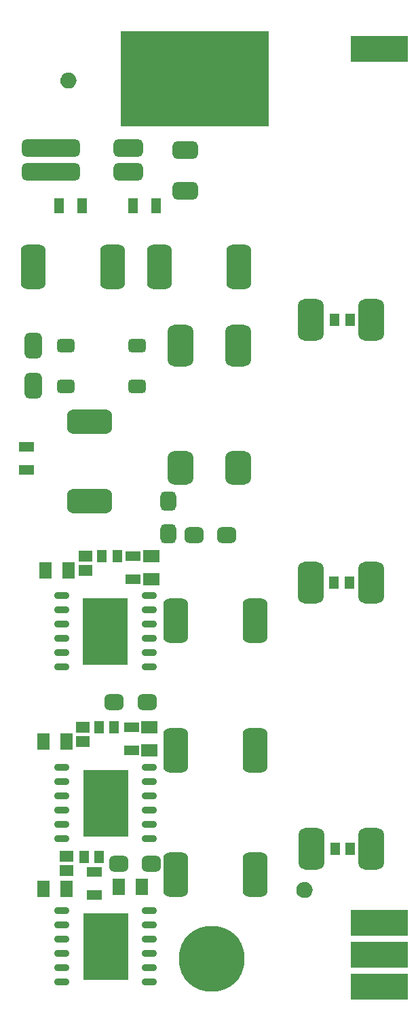
<source format=gts>
G04 Layer_Color=8388736*
%FSLAX24Y24*%
%MOIN*%
G70*
G01*
G75*
%ADD40R,0.7254X0.4665*%
%ADD47R,0.2836X0.1261*%
%ADD48R,0.0493X0.0631*%
G04:AMPARAMS|DCode=49|XSize=94.6mil|YSize=76.9mil|CornerRadius=21.2mil|HoleSize=0mil|Usage=FLASHONLY|Rotation=180.000|XOffset=0mil|YOffset=0mil|HoleType=Round|Shape=RoundedRectangle|*
%AMROUNDEDRECTD49*
21,1,0.0946,0.0344,0,0,180.0*
21,1,0.0522,0.0769,0,0,180.0*
1,1,0.0424,-0.0261,0.0172*
1,1,0.0424,0.0261,0.0172*
1,1,0.0424,0.0261,-0.0172*
1,1,0.0424,-0.0261,-0.0172*
%
%ADD49ROUNDEDRECTD49*%
%ADD50R,0.0631X0.0789*%
%ADD51R,0.0769X0.0493*%
%ADD52R,0.0651X0.0533*%
%ADD53R,0.2249X0.3289*%
%ADD54O,0.0749X0.0360*%
G04:AMPARAMS|DCode=55|XSize=220.6mil|YSize=122.2mil|CornerRadius=32.5mil|HoleSize=0mil|Usage=FLASHONLY|Rotation=270.000|XOffset=0mil|YOffset=0mil|HoleType=Round|Shape=RoundedRectangle|*
%AMROUNDEDRECTD55*
21,1,0.2206,0.0571,0,0,270.0*
21,1,0.1555,0.1222,0,0,270.0*
1,1,0.0651,-0.0285,-0.0778*
1,1,0.0651,-0.0285,0.0778*
1,1,0.0651,0.0285,0.0778*
1,1,0.0651,0.0285,-0.0778*
%
%ADD55ROUNDEDRECTD55*%
%ADD56R,0.0789X0.0631*%
G04:AMPARAMS|DCode=57|XSize=94.6mil|YSize=76.9mil|CornerRadius=21.2mil|HoleSize=0mil|Usage=FLASHONLY|Rotation=270.000|XOffset=0mil|YOffset=0mil|HoleType=Round|Shape=RoundedRectangle|*
%AMROUNDEDRECTD57*
21,1,0.0946,0.0344,0,0,270.0*
21,1,0.0522,0.0769,0,0,270.0*
1,1,0.0424,-0.0172,-0.0261*
1,1,0.0424,-0.0172,0.0261*
1,1,0.0424,0.0172,0.0261*
1,1,0.0424,0.0172,-0.0261*
%
%ADD57ROUNDEDRECTD57*%
G04:AMPARAMS|DCode=58|XSize=86.7mil|YSize=126.1mil|CornerRadius=23.7mil|HoleSize=0mil|Usage=FLASHONLY|Rotation=270.000|XOffset=0mil|YOffset=0mil|HoleType=Round|Shape=RoundedRectangle|*
%AMROUNDEDRECTD58*
21,1,0.0867,0.0787,0,0,270.0*
21,1,0.0394,0.1261,0,0,270.0*
1,1,0.0474,-0.0394,-0.0197*
1,1,0.0474,-0.0394,0.0197*
1,1,0.0474,0.0394,0.0197*
1,1,0.0474,0.0394,-0.0197*
%
%ADD58ROUNDEDRECTD58*%
G04:AMPARAMS|DCode=59|XSize=145.8mil|YSize=86.7mil|CornerRadius=23.7mil|HoleSize=0mil|Usage=FLASHONLY|Rotation=0.000|XOffset=0mil|YOffset=0mil|HoleType=Round|Shape=RoundedRectangle|*
%AMROUNDEDRECTD59*
21,1,0.1458,0.0394,0,0,0.0*
21,1,0.0984,0.0867,0,0,0.0*
1,1,0.0474,0.0492,-0.0197*
1,1,0.0474,-0.0492,-0.0197*
1,1,0.0474,-0.0492,0.0197*
1,1,0.0474,0.0492,0.0197*
%
%ADD59ROUNDEDRECTD59*%
G04:AMPARAMS|DCode=60|XSize=287.5mil|YSize=86.7mil|CornerRadius=23.7mil|HoleSize=0mil|Usage=FLASHONLY|Rotation=0.000|XOffset=0mil|YOffset=0mil|HoleType=Round|Shape=RoundedRectangle|*
%AMROUNDEDRECTD60*
21,1,0.2875,0.0394,0,0,0.0*
21,1,0.2402,0.0867,0,0,0.0*
1,1,0.0474,0.1201,-0.0197*
1,1,0.0474,-0.1201,-0.0197*
1,1,0.0474,-0.1201,0.0197*
1,1,0.0474,0.1201,0.0197*
%
%ADD60ROUNDEDRECTD60*%
G04:AMPARAMS|DCode=61|XSize=204.9mil|YSize=126.1mil|CornerRadius=33.5mil|HoleSize=0mil|Usage=FLASHONLY|Rotation=270.000|XOffset=0mil|YOffset=0mil|HoleType=Round|Shape=RoundedRectangle|*
%AMROUNDEDRECTD61*
21,1,0.2049,0.0591,0,0,270.0*
21,1,0.1378,0.1261,0,0,270.0*
1,1,0.0671,-0.0295,-0.0689*
1,1,0.0671,-0.0295,0.0689*
1,1,0.0671,0.0295,0.0689*
1,1,0.0671,0.0295,-0.0689*
%
%ADD61ROUNDEDRECTD61*%
G04:AMPARAMS|DCode=62|XSize=165.5mil|YSize=126.1mil|CornerRadius=33.5mil|HoleSize=0mil|Usage=FLASHONLY|Rotation=270.000|XOffset=0mil|YOffset=0mil|HoleType=Round|Shape=RoundedRectangle|*
%AMROUNDEDRECTD62*
21,1,0.1655,0.0591,0,0,270.0*
21,1,0.0984,0.1261,0,0,270.0*
1,1,0.0671,-0.0295,-0.0492*
1,1,0.0671,-0.0295,0.0492*
1,1,0.0671,0.0295,0.0492*
1,1,0.0671,0.0295,-0.0492*
%
%ADD62ROUNDEDRECTD62*%
G04:AMPARAMS|DCode=63|XSize=86.7mil|YSize=126.1mil|CornerRadius=23.7mil|HoleSize=0mil|Usage=FLASHONLY|Rotation=180.000|XOffset=0mil|YOffset=0mil|HoleType=Round|Shape=RoundedRectangle|*
%AMROUNDEDRECTD63*
21,1,0.0867,0.0787,0,0,180.0*
21,1,0.0394,0.1261,0,0,180.0*
1,1,0.0474,-0.0197,0.0394*
1,1,0.0474,0.0197,0.0394*
1,1,0.0474,0.0197,-0.0394*
1,1,0.0474,-0.0197,-0.0394*
%
%ADD63ROUNDEDRECTD63*%
G04:AMPARAMS|DCode=64|XSize=88mil|YSize=68mil|CornerRadius=19mil|HoleSize=0mil|Usage=FLASHONLY|Rotation=0.000|XOffset=0mil|YOffset=0mil|HoleType=Round|Shape=RoundedRectangle|*
%AMROUNDEDRECTD64*
21,1,0.0880,0.0300,0,0,0.0*
21,1,0.0500,0.0680,0,0,0.0*
1,1,0.0380,0.0250,-0.0150*
1,1,0.0380,-0.0250,-0.0150*
1,1,0.0380,-0.0250,0.0150*
1,1,0.0380,0.0250,0.0150*
%
%ADD64ROUNDEDRECTD64*%
G04:AMPARAMS|DCode=65|XSize=220.6mil|YSize=122.2mil|CornerRadius=32.5mil|HoleSize=0mil|Usage=FLASHONLY|Rotation=180.000|XOffset=0mil|YOffset=0mil|HoleType=Round|Shape=RoundedRectangle|*
%AMROUNDEDRECTD65*
21,1,0.2206,0.0571,0,0,180.0*
21,1,0.1555,0.1222,0,0,180.0*
1,1,0.0651,-0.0778,0.0285*
1,1,0.0651,0.0778,0.0285*
1,1,0.0651,0.0778,-0.0285*
1,1,0.0651,-0.0778,-0.0285*
%
%ADD65ROUNDEDRECTD65*%
%ADD66R,0.0493X0.0769*%
G04:AMPARAMS|DCode=67|XSize=126.1mil|YSize=204.9mil|CornerRadius=33.5mil|HoleSize=0mil|Usage=FLASHONLY|Rotation=0.000|XOffset=0mil|YOffset=0mil|HoleType=Round|Shape=RoundedRectangle|*
%AMROUNDEDRECTD67*
21,1,0.1261,0.1378,0,0,0.0*
21,1,0.0591,0.2049,0,0,0.0*
1,1,0.0671,0.0295,-0.0689*
1,1,0.0671,-0.0295,-0.0689*
1,1,0.0671,-0.0295,0.0689*
1,1,0.0671,0.0295,0.0689*
%
%ADD67ROUNDEDRECTD67*%
%ADD68C,0.3230*%
G04:AMPARAMS|DCode=69|XSize=559.2mil|YSize=401.7mil|CornerRadius=102.4mil|HoleSize=0mil|Usage=FLASHONLY|Rotation=0.000|XOffset=0mil|YOffset=0mil|HoleType=Round|Shape=RoundedRectangle|*
%AMROUNDEDRECTD69*
21,1,0.5592,0.1969,0,0,0.0*
21,1,0.3543,0.4017,0,0,0.0*
1,1,0.2049,0.1772,-0.0984*
1,1,0.2049,-0.1772,-0.0984*
1,1,0.2049,-0.1772,0.0984*
1,1,0.2049,0.1772,0.0984*
%
%ADD69ROUNDEDRECTD69*%
G36*
X37957Y49202D02*
X38053Y49163D01*
X38135Y49100D01*
X38198Y49017D01*
X38238Y48922D01*
X38251Y48819D01*
X38238Y48716D01*
X38198Y48620D01*
X38135Y48538D01*
X38053Y48475D01*
X37957Y48435D01*
X37854Y48422D01*
X37752Y48435D01*
X37656Y48475D01*
X37574Y48538D01*
X37510Y48620D01*
X37471Y48716D01*
X37457Y48819D01*
X37471Y48922D01*
X37510Y49017D01*
X37574Y49100D01*
X37656Y49163D01*
X37752Y49202D01*
X37854Y49216D01*
X37957Y49202D01*
D02*
G37*
G36*
X49552Y9468D02*
X49647Y9429D01*
X49730Y9365D01*
X49793Y9283D01*
X49832Y9187D01*
X49846Y9085D01*
X49832Y8982D01*
X49793Y8886D01*
X49730Y8804D01*
X49647Y8741D01*
X49552Y8701D01*
X49449Y8688D01*
X49346Y8701D01*
X49250Y8741D01*
X49168Y8804D01*
X49105Y8886D01*
X49065Y8982D01*
X49052Y9085D01*
X49065Y9187D01*
X49105Y9283D01*
X49168Y9365D01*
X49250Y9429D01*
X49346Y9468D01*
X49449Y9482D01*
X49552Y9468D01*
D02*
G37*
D40*
X44060Y48907D02*
D03*
D47*
X53120Y7480D02*
D03*
Y5906D02*
D03*
X53130Y50364D02*
D03*
X53120Y4331D02*
D03*
D48*
X50955Y11112D02*
D03*
X51703D02*
D03*
X50935Y37067D02*
D03*
X51683D02*
D03*
X50896Y24173D02*
D03*
X51644D02*
D03*
X39360Y10718D02*
D03*
X38612D02*
D03*
X40098Y17077D02*
D03*
X39350D02*
D03*
X40246Y25472D02*
D03*
X39498D02*
D03*
D49*
X41929Y10374D02*
D03*
X40315D02*
D03*
X41713Y18307D02*
D03*
X40098D02*
D03*
X45640Y26506D02*
D03*
X44026D02*
D03*
D50*
X37766Y9124D02*
D03*
X36624D02*
D03*
X40315Y9232D02*
D03*
X41457D02*
D03*
X37776Y16368D02*
D03*
X36634D02*
D03*
X37874Y24764D02*
D03*
X36732D02*
D03*
D51*
X39114Y9970D02*
D03*
Y8829D02*
D03*
X40945Y17077D02*
D03*
Y15935D02*
D03*
X41043Y25472D02*
D03*
Y24331D02*
D03*
X35797Y30837D02*
D03*
Y29695D02*
D03*
D52*
X37766Y10020D02*
D03*
Y10728D02*
D03*
X38573Y16368D02*
D03*
Y17077D02*
D03*
X38691Y24764D02*
D03*
Y25472D02*
D03*
D53*
X39685Y6309D02*
D03*
X39675Y21762D02*
D03*
X39685Y13337D02*
D03*
D54*
X41831Y4567D02*
D03*
Y5268D02*
D03*
Y5969D02*
D03*
Y6669D02*
D03*
Y7370D02*
D03*
Y8071D02*
D03*
X37539Y4567D02*
D03*
Y5268D02*
D03*
Y5969D02*
D03*
Y6669D02*
D03*
Y7370D02*
D03*
Y8071D02*
D03*
X41821Y20020D02*
D03*
Y20720D02*
D03*
Y21421D02*
D03*
Y22122D02*
D03*
Y22823D02*
D03*
Y23524D02*
D03*
X37530Y20020D02*
D03*
Y20720D02*
D03*
Y21421D02*
D03*
Y22122D02*
D03*
Y22823D02*
D03*
Y23524D02*
D03*
X41831Y11594D02*
D03*
Y12295D02*
D03*
Y12996D02*
D03*
Y13697D02*
D03*
Y14398D02*
D03*
Y15098D02*
D03*
X37539Y11594D02*
D03*
Y12295D02*
D03*
Y12996D02*
D03*
Y13697D02*
D03*
Y14398D02*
D03*
Y15098D02*
D03*
D55*
X47018Y15925D02*
D03*
X43120D02*
D03*
X42323Y39656D02*
D03*
X46220D02*
D03*
X36122D02*
D03*
X40020D02*
D03*
X47037Y9833D02*
D03*
X43140D02*
D03*
X47028Y22293D02*
D03*
X43130D02*
D03*
D56*
X41831Y17077D02*
D03*
Y15935D02*
D03*
X41929Y25472D02*
D03*
Y24331D02*
D03*
D57*
X42746Y28169D02*
D03*
Y26555D02*
D03*
D58*
X43583Y45394D02*
D03*
Y43394D02*
D03*
D59*
X40797Y44321D02*
D03*
Y45502D02*
D03*
D60*
X36978Y44321D02*
D03*
Y45502D02*
D03*
D61*
X43376Y35815D02*
D03*
X46201D02*
D03*
D62*
X43376Y29815D02*
D03*
X46201D02*
D03*
D63*
X36132Y33839D02*
D03*
Y35807D02*
D03*
D64*
X37726Y33807D02*
D03*
X41226D02*
D03*
X37726Y35807D02*
D03*
X41226D02*
D03*
D65*
X38907Y28169D02*
D03*
Y32067D02*
D03*
D66*
X42175Y42677D02*
D03*
X41033D02*
D03*
X38543D02*
D03*
X37402D02*
D03*
D67*
X52726Y37077D02*
D03*
X49774D02*
D03*
X52736Y11112D02*
D03*
X49783D02*
D03*
X52726Y24183D02*
D03*
X49774D02*
D03*
D68*
X44882Y5709D02*
D03*
D69*
Y48622D02*
D03*
M02*

</source>
